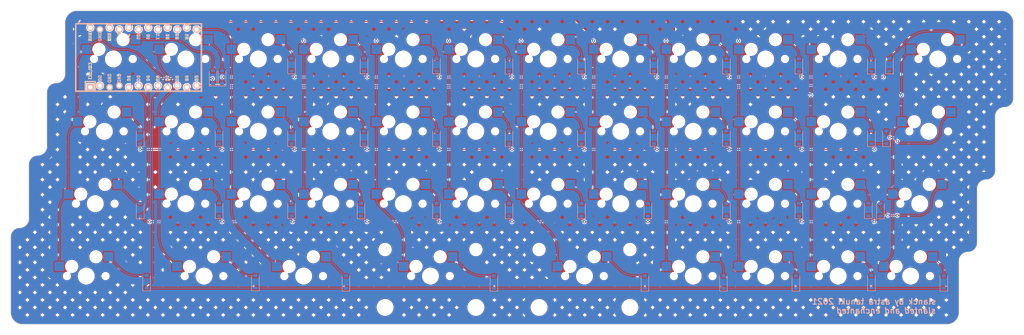
<source format=kicad_pcb>
(kicad_pcb (version 20221018) (generator pcbnew)
  (layers (0 "F.Cu" signal) (31 "B.Cu" signal) (34 "B.Paste" user) (35 "F.Paste" user) (36 "B.SilkS" user "B.Silkscreen") (37 "F.SilkS" user "F.Silkscreen") (38 "B.Mask" user) (39 "F.Mask" user) (44 "Edge.Cuts" user))
  (net 0 "")
  (net 1 "GND")
  (net 2 "Net-(D_2-A)")
  (net 3 "Net-(D_125-A)")
  (net 4 "Net-(D_126-A)")
  (net 5 "Net-(D_127-A)")
  (net 6 "Net-(D_150-A)")
  (net 7 "row3")
  (net 8 "row1")
  (net 9 "row2")
  (net 10 "row0")
  (net 11 "Net-(D_151-A)")
  (net 12 "col6")
  (net 13 "col0")
  (net 14 "col11")
  (net 15 "col2")
  (net 16 "col1")
  (net 17 "col4")
  (net 18 "col5")
  (net 19 "col3")
  (net 20 "col8")
  (net 21 "col9")
  (net 22 "col7")
  (net 23 "col10")
  (net 24 "Net-(D_152-A)")
  (net 25 "Net-(D_175-A)")
  (net 26 "Net-(D_176-A)")
  (net 27 "Net-(D_225-A)")
  (net 28 "Net-(D_A1-A)")
  (net 29 "Net-(D_B1-A)")
  (net 30 "Net-(D_C1-A)")
  (net 31 "Net-(D_COMMA1-A)")
  (net 32 "Net-(D_D1-A)")
  (net 33 "Net-(D_DOT1-A)")
  (net 34 "Net-(D_E1-A)")
  (net 35 "Net-(D_F1-A)")
  (net 36 "Net-(D_FREE1-A)")
  (net 37 "Net-(D_G1-A)")
  (net 38 "Net-(D_H1-A)")
  (net 39 "Net-(D_I1-A)")
  (net 40 "Net-(D_J1-A)")
  (net 41 "Net-(D_K1-A)")
  (net 42 "Net-(D_L1-A)")
  (net 43 "Net-(D_M1-A)")
  (net 44 "Net-(D_N1-A)")
  (net 45 "Net-(D_O1-A)")
  (net 46 "Net-(D_P1-A)")
  (net 47 "Net-(D_PLUS1-A)")
  (net 48 "Net-(D_Q1-A)")
  (net 49 "Net-(D_R1-A)")
  (net 50 "Net-(D_S1-A)")
  (net 51 "Net-(D_SEMIC1-A)")
  (net 52 "Net-(D_SLASH1-A)")
  (net 53 "Net-(D_SPACE1-A)")
  (net 54 "Net-(D_T1-A)")
  (net 55 "Net-(D_TAB1-A)")
  (net 56 "Net-(D_U1-A)")
  (net 57 "Net-(D_V1-A)")
  (net 58 "Net-(D_W1-A)")
  (net 59 "Net-(D_X1-A)")
  (net 60 "Net-(D_Y1-A)")
  (net 61 "Net-(D_Z1-A)")
  (net 62 "Net-(D_~1-A)")
  (footprint "MX_Hotswap:MX-Hotswap-2U" (layer "F.Cu") (at 177.6378 95.4074)
    (fp_text reference "K_2")
    (fp_text value "KEYSW")
  )
  (footprint "MX_Hotswap:MX-Hotswap-1.25U" (layer "F.Cu") (at 51.43155 57.3074)
    (fp_text reference "K_125")
    (fp_text value "KEYSW")
  )
  (footprint "MX_Hotswap:MX-Hotswap-1.25U" (layer "F.Cu") (at 265.74405 76.3574)
    (fp_text reference "K_126")
    (fp_text value "KEYSW")
  )
  (footprint "MX_Hotswap:MX-Hotswap-1.25U" (layer "F.Cu") (at 103.81905 95.4074)
    (fp_text reference "K_127")
    (fp_text value "KEYSW")
  )
  (footprint "MX_Hotswap:MX-Hotswap-1.5U" (layer "F.Cu") (at 268.1253 57.3074)
    (fp_text reference "K_150")
    (fp_text value "KEYSW")
  )
  (footprint "MX_Hotswap:MX-Hotswap-1.5U" (layer "F.Cu") (at 49.0503 76.3574)
    (fp_text reference "K_151")
    (fp_text value "KEYSW")
  )
  (footprint "MX_Hotswap:MX-Hotswap-1.5U" (layer "F.Cu") (at 77.6253 95.4074)
    (fp_text reference "K_152")
    (fp_text value "KEYSW")
  )
  (footprint "MX_Hotswap:MX-Hotswap-1.75U" (layer "F.Cu") (at 270.50655 38.2574)
    (fp_text reference "K_175")
    (fp_text value "KEYSW")
  )
  (footprint "MX_Hotswap:MX-Hotswap-1.75U" (layer "F.Cu") (at 46.66905 95.4074)
    (fp_text reference "K_176")
    (fp_text value "KEYSW")
  )
  (footprint "MX_Hotswap:MX-Hotswap-2.25U" (layer "F.Cu") (at 137.15655 95.4074)
    (fp_text reference "K_225")
    (fp_text value "KEYSW")
  )
  (footprint "MX_Hotswap:MX-Hotswap-1U" (layer "F.Cu") (at 72.8628 57.3074)
    (fp_text reference "K_A1")
    (fp_text value "KEYSW")
  )
  (footprint "MX_Hotswap:MX-Hotswap-1U" (layer "F.Cu") (at 149.0628 38.2574)
    (fp_text reference "K_B1")
    (fp_text value "KEYSW")
  )
  (footprint "MX_Hotswap:MX-Hotswap-1U" (layer "F.Cu") (at 110.9628 76.3574)
    (fp_text reference "K_C1")
    (fp_text value "KEYSW")
  )
  (footprint "MX_Hotswap:MX-Hotswap-1U" (layer "F.Cu") (at 206.2128 76.3574)
    (fp_text reference "K_COMMA1")
    (fp_text value "KEYSW")
  )
  (footprint "MX_Hotswap:MX-Hotswap-1U" (layer "F.Cu") (at 130.0128 76.3574)
    (fp_text reference "K_D1")
    (fp_text value "KEYSW")
  )
  (footprint "MX_Hotswap:MX-Hotswap-1U" (layer "F.Cu") (at 225.2628 76.3574)
    (fp_text reference "K_DOT1")
    (fp_text value "KEYSW")
  )
  (footprint "MX_Hotswap:MX-Hotswap-1U" (layer "F.Cu") (at 206.2128 57.3074)
    (fp_text reference "K_E1")
    (fp_text value "KEYSW")
  )
  (footprint "MX_Hotswap:MX-Hotswap-1U" (layer "F.Cu") (at 110.9628 38.2574)
    (fp_text reference "K_F1")
    (fp_text value "KEYSW")
  )
  (footprint "MX_Hotswap:MX-Hotswap-1U" (layer "F.Cu") (at 263.3628 95.4074)
    (fp_text reference "K_FREE1")
    (fp_text value "KEYSW")
  )
  (footprint "MX_Hotswap:MX-Hotswap-1U" (layer "F.Cu") (at 149.0628 57.3074)
    (fp_text reference "K_G1")
    (fp_text value "KEYSW")
  )
  (footprint "MX_Hotswap:MX-Hotswap-1U" (layer "F.Cu") (at 187.1628 76.3574)
    (fp_text reference "K_H1")
    (fp_text value "KEYSW")
  )
  (footprint "MX_Hotswap:MX-Hotswap-1U" (layer "F.Cu") (at 225.2628 57.3074)
    (fp_text reference "K_I1")
    (fp_text value "KEYSW")
  )
  (footprint "MX_Hotswap:MX-Hotswap-1U" (layer "F.Cu") (at 168.1128 38.2574)
    (fp_text reference "K_J1")
    (fp_text value "KEYSW")
  )
  (footprint "MX_Hotswap:MX-Hotswap-1U" (layer "F.Cu") (at 168.1128 76.3574)
    (fp_text reference "K_K1")
    (fp_text value "KEYSW")
  )
  (footprint "MX_Hotswap:MX-Hotswap-1U" (layer "F.Cu") (at 187.1628 38.2574)
    (fp_text reference "K_L1")
    (fp_text value "KEYSW")
  )
  (footprint "MX_Hotswap:MX-Hotswap-1U" (layer "F.Cu") (at 168.1128 57.3074)
    (fp_text reference "K_M1")
    (fp_text value "KEYSW")
  )
  (footprint "MX_Hotswap:MX-Hotswap-1U" (layer "F.Cu") (at 187.1628 57.3074)
    (fp_text reference "K_N1")
    (fp_text value "KEYSW")
  )
  (footprint "MX_Hotswap:MX-Hotswap-1U" (layer "F.Cu") (at 244.3128 57.3074)
    (fp_text reference "K_O1")
    (fp_text value "KEYSW")
  )
  (footprint "MX_Hotswap:MX-Hotswap-1U" (layer "F.Cu") (at 130.0128 38.2574)
    (fp_text reference "K_P1")
    (fp_text value "KEYSW")
  )
  (footprint "MX_Hotswap:MX-Hotswap-1U" (layer "F.Cu") (at 225.2628 95.4074)
    (fp_text reference "K_PLUS1")
    (fp_text value "KEYSW")
  )
  (footprint "MX_Hotswap:MX-Hotswap-1U" (layer "F.Cu") (at 72.8628 38.2574)
    (fp_text reference "K_Q1")
    (fp_text value "KEYSW")
  )
  (footprint "MX_Hotswap:MX-Hotswap-1U" (layer "F.Cu") (at 91.9128 57.3074)
    (fp_text reference "K_R1")
    (fp_text value "KEYSW")
  )
  (footprint "MX_Hotswap:MX-Hotswap-1U" (layer "F.Cu") (at 110.9628 57.3074)
    (fp_text reference "K_S1")
    (fp_text value "KEYSW")
  )
  (footprint "MX_Hotswap:MX-Hotswap-1U" (layer "F.Cu") (at 244.3128 38.2574)
    (fp_text reference "K_SEMIC1")
    (fp_text value "KEYSW")
  )
  (footprint "MX_Hotswap:MX-Hotswap-1U" (layer "F.Cu") (at 244.3128 76.3574)
    (fp_text reference "K_SLASH1")
    (fp_text value "KEYSW")
  )
  (footprint "MX_Hotswap:MX-Hotswap-1U" (layer "F.Cu") (at 206.2128 95.4074)
    (fp_text reference "K_SPACE1")
    (fp_text value "KEYSW")
  )
  (footprint "MX_Hotswap:MX-Hotswap-1U" (layer "F.Cu") (at 130.0128 57.3074)
    (fp_text reference "K_T1")
    (fp_text value "KEYSW")
  )
  (footprint "MX_Hotswap:MX-Hotswap-1U" (layer "F.Cu") (at 53.8128 38.2574)
    (fp_text reference "K_TAB1")
    (fp_text value "KEYSW")
  )
  (footprint "MX_Hotswap:MX-Hotswap-1U" (layer "F.Cu") (at 206.2128 38.2574)
    (fp_text reference "K_U1")
    (fp_text value "KEYSW")
  )
  (footprint "MX_Hotswap:MX-Hotswap-1U" (layer "F.Cu") (at 149.0628 76.3574)
    (fp_text reference "K_V1")
    (fp_text value "KEYSW")
  )
  (footprint "MX_Hotswap:MX-Hotswap-1U" (layer "F.Cu") (at 91.9128 38.2574)
    (fp_text reference "K_W1")
    (fp_text value "KEYSW")
  )
  (footprint "MX_Hotswap:MX-Hotswap-1U" (layer "F.Cu") (at 91.9128 76.3574)
    (fp_text reference "K_X1")
    (fp_text value "KEYSW")
  )
  (footprint "MX_Hotswap:MX-Hotswap-1U" (layer "F.Cu") (at 225.2628 38.2574)
    (fp_text reference "K_Y1")
    (fp_text value "KEYSW")
  )
  (footprint "MX_Hotswap:MX-Hotswap-1U" (layer "F.Cu") (at 72.8628 76.3574)
    (fp_text reference "K_Z1")
    (fp_text value "KEYSW")
  )
  (footprint "Keebio-Parts:ArduinoProMicro-ZigZag" (layer "F.Cu") (at 61.70405 37.856)
    (fp_text reference "U1" hide)
    (fp_text value "ProMicro" hide)
  )
  (footprint "MX_Hotswap:MX-Hotswap-1U" (layer "F.Cu") (at 244.3128 95.4074)
    (fp_text reference "K_~1")
    (fp_text value "KEYSW")
  )
  (footprint "Diode_SMD:D_SOD-123" (layer "B.Cu") (at 193.5128 96.9949 90)
    (fp_text reference "D_2" hide)
    (fp_text value "D")
  )
  (footprint "Diode_SMD:D_SOD-123" (layer "B.Cu") (at 60.8628 58.8949 90)
    (fp_text reference "D_125" hide)
    (fp_text value "D")
  )
  (footprint "Diode_SMD:D_SOD-123" (layer "B.Cu") (at 255.4253 77.9449 90)
    (fp_text reference "D_126" hide)
    (fp_text value "D")
  )
  (footprint "Diode_SMD:D_SOD-123" (layer "B.Cu") (at 114.93155 96.9949 90)
    (fp_text reference "D_127" hide)
    (fp_text value "D")
  )
  (footprint "Diode_SMD:D_SOD-123" (layer "B.Cu") (at 257.0128 58.8949 90)
    (fp_text reference "D_150" hide)
    (fp_text value "D")
  )
  (footprint "Diode_SMD:D_SOD-123" (layer "B.Cu") (at 60.8628 77.9449 90)
    (fp_text reference "D_151" hide)
    (fp_text value "D")
  )
  (footprint "Diode_SMD:D_SOD-123" (layer "B.Cu") (at 91.11905 96.9324 90)
    (fp_text reference "D_152" hide)
    (fp_text value "D")
  )
  (footprint "Diode_SMD:D_SOD-123" (layer "B.Cu") (at 257.80655 39.7824 90)
    (fp_text reference "D_175" hide)
    (fp_text value "D")
  )
  (footprint "Diode_SMD:D_SOD-123" (layer "B.Cu") (at 62.54405 96.9324 90)
    (fp_text reference "D_176" hide)
    (fp_text value "D")
  )
  (footprint "Diode_SMD:D_SOD-123" (layer "B.Cu") (at 153.8253 96.9949 90)
    (fp_text reference "D_225" hide)
    (fp_text value "D")
  )
  (footprint "Diode_SMD:D_SOD-123" (layer "B.Cu") (at 81.59405 58.8949 90)
    (fp_text reference "D_A1" hide)
    (fp_text value "D")
  )
  (footprint "Diode_SMD:D_SOD-123" (layer "B.Cu") (at 157.79405 39.8449 90)
    (fp_text reference "D_B1" hide)
    (fp_text value "D")
  )
  (footprint "Diode_SMD:D_SOD-123" (layer "B.Cu") (at 118.9003 77.9449 90)
    (fp_text reference "D_C1" hide)
    (fp_text value "D")
  )
  (footprint "Diode_SMD:D_SOD-123" (layer "B.Cu") (at 214.94405 77.9449 90)
    (fp_text reference "D_COMMA1" hide)
    (fp_text value "D")
  )
  (footprint "Diode_SMD:D_SOD-123" (layer "B.Cu") (at 138.74405 77.9449 90)
    (fp_text reference "D_D1" hide)
    (fp_text value "D")
  )
  (footprint "Diode_SMD:D_SOD-123" (layer "B.Cu") (at 233.99405 77.9449 90)
    (fp_text reference "D_DOT1" hide)
    (fp_text value "D")
  )
  (footprint "Diode_SMD:D_SOD-123" (layer "B.Cu") (at 214.94405 58.8949 90)
    (fp_text reference "D_E1" hide)
    (fp_text value "D")
  )
  (footprint "Diode_SMD:D_SOD-123" (layer "B.Cu") (at 119.69405 39.7824 90)
    (fp_text reference "D_F1" hide)
    (fp_text value "D")
  )
  (footprint "Diode_SMD:D_SOD-123" (layer "B.Cu") (at 272.09405 96.9949 90)
    (fp_text reference "D_FREE1" hide)
    (fp_text value "D")
  )
  (footprint "Diode_SMD:D_SOD-123" (layer "B.Cu") (at 157.79405 58.8949 90)
    (fp_text reference "D_G1" hide)
    (fp_text value "D")
  )
  (footprint "Diode_SMD:D_SOD-123" (layer "B.Cu") (at 194.30655 77.9449 90)
    (fp_text reference "D_H1" hide)
    (fp_text value "D")
  )
  (footprint "Diode_SMD:D_SOD-123" (layer "B.Cu") (at 233.99405 58.8949 90)
    (fp_text reference "D_I1" hide)
    (fp_text value "D")
  )
  (footprint "Diode_SMD:D_SOD-123" (layer "B.Cu") (at 176.84405 39.8449 90)
    (fp_text reference "D_J1" hide)
    (fp_text value "D")
  )
  (footprint "Diode_SMD:D_SOD-123" (layer "B.Cu") (at 176.84405 77.9449 90)
    (fp_text reference "D_K1" hide)
    (fp_text value "D")
  )
  (footprint "Diode_SMD:D_SOD-123" (layer "B.Cu") (at 195.89405 39.7824 90)
    (fp_text reference "D_L1" hide)
    (fp_text value "D")
  )
  (footprint "Diode_SMD:D_SOD-123" (layer "B.Cu") (at 176.84405 58.8949 90)
    (fp_text reference "D_M1" hide)
    (fp_text value "D")
  )
  (footprint "Diode_SMD:D_SOD-123" (layer "B.Cu") (at 195.89405 58.8949 90)
    (fp_text reference "D_N1" hide)
    (fp_text value "D")
  )
  (footprint "Diode_SMD:D_SOD-123" (layer "B.Cu") (at 253.04405 58.8949 90)
    (fp_text reference "D_O1" hide)
    (fp_text value "D")
  )
  (footprint "Diode_SMD:D_SOD-123" (layer "B.Cu") (at 138.74405 39.7824 90)
    (fp_text reference "D_P1" hide)
    (fp_text value "D")
  )
  (footprint "Diode_SMD:D_SOD-123" (layer "B.Cu") (at 233.2003 96.9949 90)
    (fp_text reference "D_PLUS1" hide)
    (fp_text value "D")
  )
  (footprint "Diode_SMD:D_SOD-123" (layer "B.Cu") (at 82.3878 43.0199 90)
    (fp_text reference "D_Q1" hide)
    (fp_text value "D")
  )
  (footprint "Diode_SMD:D_SOD-123" (layer "B.Cu") (at 100.64405 58.8949 90)
    (fp_text reference "D_R1" hide)
    (fp_text value "D")
  )
  (footprint "Diode_SMD:D_SOD-123" (layer "B.Cu") (at 119.69405 58.8949 90)
    (fp_text reference "D_S1" hide)
    (fp_text value "D")
  )
  (footprint "Diode_SMD:D_SOD-123" (layer "B.Cu") (at 253.04405 39.8449 90)
    (fp_text reference "D_SEMIC1" hide)
    (fp_text value "D")
  )
  (footprint "Diode_SMD:D_SOD-123" (layer "B.Cu") (at 252.2503 77.8824 90)
    (fp_text reference "D_SLASH1" hide)
    (fp_text value "D")
  )
  (footprint "Diode_SMD:D_SOD-123" (layer "B.Cu") (at 214.1503 96.9949 90)
    (fp_text reference "D_SPACE1" hide)
    (fp_text value "D")
  )
  (footprint "Diode_SMD:D_SOD-123" (layer "B.Cu") (at 138.74405 58.8949 90)
    (fp_text reference "D_T1" hide)
    (fp_text value "D")
  )
  (footprint "Diode_SMD:D_SOD-123" (layer "B.Cu") (at 80.00655 43.0199 90)
    (fp_text reference "D_TAB1" hide)
    (fp_text value "D")
  )
  (footprint "Diode_SMD:D_SOD-123" (layer "B.Cu") (at 214.94405 39.8449 90)
    (fp_text reference "D_U1" hide)
    (fp_text value "D")
  )
  (footprint "Diode_SMD:D_SOD-123" (layer "B.Cu") (at 157.79405 77.9449 90)
    (fp_text reference "D_V1" hide)
    (fp_text value "D")
  )
  (footprint "Diode_SMD:D_SOD-123" (layer "B.Cu") (at 100.64405 39.7824 90)
    (fp_text reference "D_W1" hide)
    (fp_text value "D")
  )
  (footprint "Diode_SMD:D_SOD-123" (layer "B.Cu") (at 100.64405 77.8824 90)
    (fp_text reference "D_X1" hide)
    (fp_text value "D")
  )
  (footprint "Diode_SMD:D_SOD-123" (layer "B.Cu") (at 233.99405 39.8449 90)
    (fp_text reference "D_Y1" hide)
    (fp_text value "D")
  )
  (footprint "Diode_SMD:D_SOD-123" (layer "B.Cu") (at 81.59405 77.8824 90)
    (fp_text reference "D_Z1" hide)
    (fp_text value "D")
  )
  (footprint "Diode_SMD:D_SOD-123" (layer "B.Cu") (at 253.04405 96.9324 90)
    (fp_text reference "D_~1" hide)
    (fp_text value "D")
  )
  (gr_line (start 287.1753 25.5574) (end 284.0003 25.5574) (stroke (width 0.1)) (layer "Edge.Cuts"))
  (gr_arc (start 290.3503 48.57615) (mid 289.652848 50.259948) (end 287.96905 50.9574) (stroke (width 0.1)) (layer "Edge.Cuts"))
  (gr_arc (start 280.8253 86.67615) (mid 280.127848 88.359948) (end 278.44405 89.0574) (stroke (width 0.1)) (layer "Edge.Cuts"))
  (gr_line (start 44.2878 25.5574) (end 284.0003 25.5574) (stroke (width 0.1)) (layer "Edge.Cuts"))
  (gr_line (start 276.0628 91.43865) (end 276.0628 104.9324) (stroke (width 0.1)) (layer "Edge.Cuts"))
  (gr_arc (start 41.1128 42.22615) (mid 40.415348 43.909948) (end 38.73155 44.6074) (stroke (width 0.1)) (layer "Edge.Cuts"))
  (gr_line (start 41.1128 42.22615) (end 41.1128 28.7324) (stroke (width 0.1)) (layer "Edge.Cuts"))
  (gr_line (start 36.3503 46.98865) (end 36.3503 61.27615) (stroke (width 0.1)) (layer "Edge.Cuts"))
  (gr_line (start 31.5878 66.03865) (end 31.5878 80.32615) (stroke (width 0.1)) (layer "Edge.Cuts"))
  (gr_line (start 272.8878 108.1074) (end 30.0003 108.1074) (stroke (width 0.1)) (layer "Edge.Cuts"))
  (gr_arc (start 30.0003 108.1074) (mid 27.755236 107.177464) (end 26.8253 104.9324) (stroke (width 0.1)) (layer "Edge.Cuts"))
  (gr_line (start 26.8253 85.08865) (end 26.8253 104.9324) (stroke (width 0.1)) (layer "Edge.Cuts"))
  (gr_line (start 290.3503 48.57615) (end 290.3503 28.7324) (stroke (width 0.1)) (layer "Edge.Cuts"))
  (gr_arc (start 36.3503 46.98865) (mid 37.047752 45.304852) (end 38.73155 44.6074) (stroke (width 0.1)) (layer "Edge.Cuts"))
  (gr_arc (start 31.5878 66.03865) (mid 32.285252 64.354852) (end 33.96905 63.6574) (stroke (width 0.1)) (layer "Edge.Cuts"))
  (gr_arc (start 26.8253 85.08865) (mid 27.522752 83.404852) (end 29.20655 82.7074) (stroke (width 0.1)) (layer "Edge.Cuts"))
  (gr_arc (start 285.5878 53.33865) (mid 286.285252 51.654852) (end 287.96905 50.9574) (stroke (width 0.1)) (layer "Edge.Cuts"))
  (gr_arc (start 276.0628 104.9324) (mid 275.132864 107.177464) (end 272.8878 108.1074) (stroke (width 0.1)) (layer "Edge.Cuts"))
  (gr_arc (start 36.3503 61.27615) (mid 35.652848 62.959948) (end 33.96905 63.6574) (stroke (width 0.1)) (layer "Edge.Cuts"))
  (gr_line (start 280.8253 86.67615) (end 280.8253 72.38865) (stroke (width 0.1)) (layer "Edge.Cuts"))
  (gr_arc (start 285.5878 67.62615) (mid 284.890348 69.309948) (end 283.20655 70.0074) (stroke (width 0.1)) (layer "Edge.Cuts"))
  (gr_arc (start 41.1128 28.7324) (mid 42.042736 26.487336) (end 44.2878 25.5574) (stroke (width 0.1)) (layer "Edge.Cuts"))
  (gr_arc (start 287.1753 25.5574) (mid 289.420364 26.487336) (end 290.3503 28.7324) (stroke (width 0.1)) (layer "Edge.Cuts"))
  (gr_arc (start 31.5878 80.32615) (mid 30.890348 82.009948) (end 29.20655 82.7074) (stroke (width 0.1)) (layer "Edge.Cuts"))
  (gr_line (start 285.5878 67.62615) (end 285.5878 53.33865) (stroke (width 0.1)) (layer "Edge.Cuts"))
  (gr_arc (start 276.0628 91.43865) (mid 276.760252 89.754852) (end 278.44405 89.0574) (stroke (width 0.1)) (layer "Edge.Cuts"))
  (gr_arc (start 280.8253 72.38865) (mid 281.522752 70.704852) (end 283.20655 70.0074) (stroke (width 0.1)) (layer "Edge.Cuts"))
  (gr_text "slanck by astra tanuki 2021" (at 270.2 102.1188) (layer "B.SilkS") (effects (font (size 1.5 1.5) (thickness 0.3)) (justify left mirror)))
  (gr_text "slanted and enchanted" (at 270.2 104.5) (layer "B.SilkS") (effects (font (size 1.5 1.5) (thickness 0.3) italic) (justify left mirror)))
  (segment (start 186.724052 93.571652) (end 183.4798 90.3274) (width 0.25) (layer "B.Cu") (net 2))
  (segment (start 191.00505 95.3449) (end 193.5128 95.3449) (width 0.25) (layer "B.Cu") (net 2))
  (arc (start 186.724052 93.571652) (mid 188.68819 94.884047) (end 191.00505 95.3449) (width 0.25) (layer "B.Cu") (net 2))
  (segment (start 60.357837 55.311687) (end 57.27355 52.2274) (width 0.25) (layer "B.Cu") (net 3))
  (segment (start 60.8628 56.530775) (end 60.8628 57.2449) (width 0.25) (layer "B.Cu") (net 3))
  (arc (start 60.357837 55.311687) (mid 60.731564 55.871009) (end 60.8628 56.530775) (width 0.25) (layer "B.Cu") (net 3))
  (segment (start 257.3628 79.4074) (end 259.8628 79.4074) (width 0.25) (layer "F.Cu") (net 4))
  (via (at 257.3628 79.4074) (size 0.8) (drill 0.4) (layers "F.Cu" "B.Cu") (net 4))
  (via (at 259.8628 79.4074) (size 0.8) (drill 0.4) (layers "F.Cu" "B.Cu") (net 4))
  (segment (start 268.8628 75.704025) (end 268.8628 75.993186) (width 0.25) (layer "B.Cu") (net 4))
  (segment (start 259.8628 79.4074) (end 265.448586 79.4074) (width 0.25) (layer "B.Cu") (net 4))
  (segment (start 257.3628 79.4074) (end 255.840725 77.885325) (width 0.25) (layer "B.Cu") (net 4))
  (segment (start 270.067268 72.796181) (end 271.58605 71.2774) (width 0.25) (layer "B.Cu") (net 4))
  (segment (start 255.4253 76.8824) (end 255.4253 76.2949) (width 0.25) (layer "B.Cu") (net 4))
  (arc (start 270.067268 72.796181) (mid 269.175831 74.130311) (end 268.8628 75.704025) (width 0.25) (layer "B.Cu") (net 4))
  (arc (start 267.8628 78.4074) (mid 266.755149 79.147508) (end 265.448586 79.4074) (width 0.25) (layer "B.Cu") (net 4))
  (arc (start 268.8628 75.993186) (mid 268.602908 77.299749) (end 267.8628 78.4074) (width 0.25) (layer "B.Cu") (net 4))
  (arc (start 255.4253 76.8824) (mid 255.533265 77.425179) (end 255.840725 77.885325) (width 0.25) (layer "B.Cu") (net 4))
  (segment (start 114.5891 95.25545) (end 109.66105 90.3274) (width 0.25) (layer "B.Cu") (net 5))
  (segment (start 114.80505 95.3449) (end 114.93155 95.3449) (width 0.25) (layer "B.Cu") (net 5))
  (arc (start 114.5891 95.25545) (mid 114.688178 95.321652) (end 114.80505 95.3449) (width 0.25) (layer "B.Cu") (net 5))
  (segment (start 258.3628 58.9074) (end 257.8628 58.9074) (width 0.25) (layer "F.Cu") (net 6))
  (segment (start 259.216353 59.260953) (end 259.8628 59.9074) (width 0.25) (layer "F.Cu") (net 6))
  (via (at 259.8628 59.9074) (size 0.8) (drill 0.4) (layers "F.Cu" "B.Cu") (net 6))
  (via (at 257.8628 58.9074) (size 0.8) (drill 0.4) (layers "F.Cu" "B.Cu") (net 6))
  (arc (start 259.216353 59.260953) (mid 258.824739 58.999285) (end 258.3628 58.9074) (width 0.25) (layer "F.Cu") (net 6))
  (segment (start 260.1128 60.1574) (end 259.8628 59.9074) (width 0.25) (layer "B.Cu") (net 6))
  (segment (start 271.2562 57.175164) (end 271.2562 56.72625) (width 0.25) (layer "B.Cu") (net 6))
  (segment (start 257.0128 57.65115) (end 257.0128 57.2449) (width 0.25) (layer "B.Cu") (net 6))
  (segment (start 257.8628 58.9074) (end 257.300062 58.344662) (width 0.25) (layer "B.Cu") (net 6))
  (segment (start 272.52033 53.674369) (end 273.9673 52.2274) (width 0.25) (layer "B.Cu") (net 6))
  (segment (start 260.716353 60.4074) (end 268.023964 60.4074) (width 0.25) (layer "B.Cu") (net 6))
  (arc (start 257.0128 57.65115) (mid 257.087456 58.026476) (end 257.300062 58.344662) (width 0.25) (layer "B.Cu") (net 6))
  (arc (start 272.52033 53.674369) (mid 271.584736 55.074584) (end 271.2562 56.72625) (width 0.25) (layer "B.Cu") (net 6))
  (arc (start 271.2562 57.175164) (mid 271.01016 58.412087) (end 270.3095 59.4607) (width 0.25) (layer "B.Cu") (net 6))
  (arc (start 270.3095 59.4607) (mid 269.260887 60.16136) (end 268.023964 60.4074) (width 0.25) (layer "B.Cu") (net 6))
  (arc (start 260.1128 60.1574) (mid 260.389712 60.342427) (end 260.716353 60.4074) (width 0.25) (layer "B.Cu") (net 6))
  (segment (start 64.803849 47.96635) (end 64.788425 47.981775) (width 0.25) (layer "B.Cu") (net 7))
  (segment (start 62.54405 98.5824) (end 91.11905 98.5824) (width 0.25) (layer "B.Cu") (net 7))
  (segment (start 253.150744 98.6449) (end 272.09405 98.6449) (width 0.25) (layer "B.Cu") (net 7))
  (segment (start 63.303425 97.823025) (end 62.54405 98.5824) (width 0.25) (layer "B.Cu") (net 7))
  (segment (start 64.0628 95.989731) (end 64.0628 49.733588) (width 0.25) (layer "B.Cu") (net 7))
  (segment (start 65.51405 46.251775) (end 65.51405 45.2474) (width 0.25) (layer "B.Cu") (net 7))
  (segment (start 62.54405 98.5824) (end 252.999855 98.5824) (width 0.25) (layer "B.Cu") (net 7))
  (arc (start 253.0753 98.61365) (mid 253.040685 98.590521) (end 252.999855 98.5824) (width 0.25) (layer "B.Cu") (net 7))
  (arc (start 65.51405 46.251775) (mid 65.329474 47.179696) (end 64.803849 47.96635) (width 0.25) (layer "B.Cu") (net 7))
  (arc (start 253.0753 98.61365) (mid 253.109914 98.636778) (end 253.150744 98.6449) (width 0.25) (layer "B.Cu") (net 7))
  (arc (start 64.788425 47.981775) (mid 64.251383 48.785513) (end 64.0628 49.733588) (width 0.25) (layer "B.Cu") (net 7))
  (arc (start 64.0628 95.989731) (mid 63.865444 96.981902) (end 63.303425 97.823025) (width 0.25) (layer "B.Cu") (net 7))
  (segment (start 246.69405 62.0699) (end 60.8628 62.0699) (width 0.25) (layer "F.Cu") (net 8))
  (segment (start 251.45655 62.0699) (end 253.8378 62.0699) (width 0.25) (layer "F.Cu") (net 8))
  (segment (start 251.45655 62.0699) (end 246.69405 62.0699) (width 0.25) (layer "F.Cu") (net 8))
  (via (at 253.8378 62.0699) (size 0.8) (drill 0.4) (layers "F.Cu" "B.Cu") (net 8))
  (via (at 82.3878 62.0699) (size 0.8) (drill 0.4) (layers "F.Cu" "B.Cu") (net 8))
  (via (at 101.4378 62.0699) (size 0.8) (drill 0.4) (layers "F.Cu" "B.Cu") (net 8))
  (via (at 196.6878 62.0699) (size 0.8) (drill 0.4) (layers "F.Cu" "B.Cu") (net 8))
  (via (at 120.4878 62.0699) (size 0.8) (drill 0.4) (layers "F.Cu" "B.Cu") (net 8))
  (via (at 60.8628 62.0699) (size 0.8) (drill 0.4) (layers "F.Cu" "B.Cu") (net 8))
  (via (at 215.7378 62.0699) (size 0.8) (drill 0.4) (layers "F.Cu" "B.Cu") (net 8))
  (via (at 177.6378 62.0699) (size 0.8) (drill 0.4) (layers "F.Cu" "B.Cu") (net 8))
  (via (at 234.7878 62.0699) (size 0.8) (drill 0.4) (layers "F.Cu" "B.Cu") (net 8))
  (via (at 158.5878 62.0699) (size 0.8) (drill 0.4) (layers "F.Cu" "B.Cu") (net 8))
  (via (at 139.5378 62.0699) (size 0.8) (drill 0.4) (layers "F.Cu" "B.Cu") (net 8))
  (segment (start 158.5878 62.0699) (end 158.052585 61.534685) (width 0.25) (layer "B.Cu") (net 8))
  (segment (start 177.6378 62.0699) (end 177.102585 61.534685) (width 0.25) (layer "B.Cu") (net 8))
  (segment (start 253.04405 60.5449) (end 257.0128 60.5449) (width 0.25) (layer "B.Cu") (net 8))
  (segment (start 60.43405 45.863025) (end 60.43405 45.2474) (width 0.25) (layer "B.Cu") (net 8))
  (segment (start 82.3878 62.0699) (end 81.852585 61.534685) (width 0.25) (layer "B.Cu") (net 8))
  (segment (start 214.94405 60.910525) (end 214.94405 60.5449) (width 0.25) (layer "B.Cu") (net 8))
  (segment (start 253.8378 61.704275) (end 253.8378 62.0699) (width 0.25) (layer "B.Cu") (net 8))
  (segment (start 233.99405 60.910525) (end 233.99405 60.5449) (width 0.25) (layer "B.Cu") (net 8))
  (segment (start 139.5378 62.0699) (end 139.002585 61.534685) (width 0.25) (layer "B.Cu") (net 8))
  (segment (start 157.79405 60.910525) (end 157.79405 60.5449) (width 0.25) (layer "B.Cu") (net 8))
  (segment (start 120.4878 62.0699) (end 119.952585 61.534685) (width 0.25) (layer "B.Cu") (net 8))
  (segment (start 100.64405 60.910525) (end 100.64405 60.5449) (width 0.25) (layer "B.Cu") (net 8))
  (segment (start 62.3628 57.984239) (end 62.3628 49.771232) (width 0.25) (layer "B.Cu") (net 8))
  (segment (start 138.74405 60.910525) (end 138.74405 60.5449) (width 0.25) (layer "B.Cu") (net 8))
  (segment (start 253.579264 61.080114) (end 253.04405 60.5449) (width 0.25) (layer "B.Cu") (net 8))
  (segment (start 215.7378 62.0699) (end 215.202585 61.534685) (width 0.25) (layer "B.Cu") (net 8))
  (segment (start 176.84405 60.910525) (end 176.84405 60.5449) (width 0.25) (layer "B.Cu") (net 8))
  (segment (start 119.69405 60.910525) (end 119.69405 60.5449) (width 0.25) (layer "B.Cu") (net 8))
  (segment (start 196.6878 62.0699) (end 196.152585 61.534685) (width 0.25) (layer "B.Cu") (net 8))
  (segment (start 195.89405 60.910525) (end 195.89405 60.5449) (width 0.25) (layer "B.Cu") (net 8))
  (segment (start 81.59405 60.910525) (end 81.59405 60.5449) (width 0.25) (layer "B.Cu") (net 8))
  (segment (start 61.6128 59.7949) (end 60.8628 60.5449) (width 0.25) (layer "B.Cu") (net 8))
  (segment (start 60.8628 62.0699) (end 60.8628 60.5449) (width 0.25) (layer "B.Cu") (net 8))
  (segment (start 101.4378 62.0699) (end 100.902585 61.534685) (width 0.25) (layer "B.Cu") (net 8))
  (segment (start 60.869362 46.913962) (end 61.398425 47.443025) (width 0.25) (layer "B.Cu") (net 8))
  (segment (start 234.7878 62.0699) (end 234.252585 61.534685) (width 0.25) (layer "B.Cu") (net 8))
  (arc (start 195.89405 60.910525) (mid 195.961241 61.248318) (end 196.152585 61.534685) (width 0.25) (layer "B.Cu") (net 8))
  (arc (start 214.94405 60.910525) (mid 215.011241 61.248318) (end 215.202585 61.534685) (width 0.25) (layer "B.Cu") (net 8))
  (arc (start 81.59405 60.910525) (mid 81.661241 61.248318) (end 81.852585 61.534685) (width 0.25) (layer "B.Cu") (net 8))
  (arc (start 233.99405 60.910525) (mid 234.061241 61.248318) (end 234.252585 61.534685) (width 0.25) (layer "B.Cu") (net 8))
  (arc (start 157.79405 60.910525) (mid 157.861241 61.248318) (end 158.052585 61.534685) (width 0.25) (layer "B.Cu") (net 8))
  (arc (start 60.43405 45.863025) (mid 60.547183 46.431788) (end 60.869362 46.913962) (width 0.25) (layer "B.Cu") (net 8))
  (arc (start 119.69405 60.910525) (mid 119.761241 61.248318) (end 119.952585 61.534685) (width 0.25) (layer "B.Cu") (net 8))
  (arc (start 61.398425 47.443025) (mid 62.112167 48.511215) (end 62.3628 49.771232) (width 0.25) (layer "B.Cu") (net 8))
  (arc (start 100.64405 60.910525) (mid 100.711241 61.248318) (end 100.902585 61.534685) (width 0.25) (layer "B.Cu") (net 8))
  (arc (start 253.579264 61.080114) (mid 253.770608 61.366481) (end 253.8378 61.704275) (width 0.25) (layer "B.Cu") (net 8))
  (arc (start 176.84405 60.910525) (mid 176.911241 61.248318) (end 177.102585 61.534685) (width 0.25) (layer "B.Cu") (net 8))
  (arc (start 62.3628 57.984239) (mid 62.167881 58.964161) (end 61.6128 59.7949) (width 0.25) (layer "B.Cu") (net 8))
  (arc (start 138.74405 60.910525) (mid 138.811241 61.248318) (end 139.002585 61.534685) (width 0.25) (layer "B.Cu") (net 8))
  (segment (start 63.3378 81.1199) (end 253.8378 81.1199) (width 0.25) (layer "F.Cu") (net 9))
  (via (at 63.3378 81.1199) (size 0.8) (drill 0.4) (layers "F.Cu" "B.Cu") (net 9))
  (via (at 158.5878 81.1199) (size 0.8) (drill 0.4) (layers "F.Cu" "B.Cu") (net 9))
  (via (at 82.3878 81.1199) (size 0.8) (drill 0.4) (layers "F.Cu" "B.Cu") (net 9))
  (via (at 120.4878 81.1199) (size 0.8) (drill 0.4) (layers "F.Cu" "B.Cu") (net 9))
  (via (at 177.6378 81.1199) (size 0.8) (drill 0.4) (layers "F.Cu" "B.Cu") (net 9))
  (via (at 194.30655 81.1199) (size 0.8) (drill 0.4) (layers "F.Cu" "B.Cu") (net 9))
  (via (at 100.910111 81.128188) (size 0.8) (drill 0.4) (layers "F.Cu" "B.Cu") (net 9))
  (via (at 139.5378 81.1199) (size 0.8) (drill 0.4) (layers "F.Cu" "B.Cu") (net 9))
  (via (at 234.7878 81.1199) (size 0.8) (drill 0.4) (layers "F.Cu" "B.Cu") (net 9))
  (via (at 253.8378 81.1199) (size 0.8) (drill 0.4) (layers "F.Cu" "B.Cu") (net 9))
  (via (at 215.7378 81.1199) (size 0.8) (drill 0.4) (layers "F.Cu" "B.Cu") (net 9))
  (segment (start 234.7878 81.1199) (end 234.252585 80.584685) (width 0.25) (layer "B.Cu") (net 9))
  (segment (start 60.8628 79.5949) (end 62.051924 80.784024) (width 0.25) (layer "B.Cu") (net 9))
  (segment (start 214.94405 79.960525) (end 214.94405 79.5949) (width 0.25) (layer "B.Cu") (net 9))
  (segment (start 81.874683 80.606783) (end 82.3878 81.1199) (width 0.25) (layer "B.Cu") (net 9))
  (segment (start 63.3378 81.1199) (end 62.8628 81.1199) (width 0.25) (layer "B.Cu") (net 9))
  (segment (start 215.7378 81.1199) (end 215.202585 80.584685) (width 0.25) (layer "B.Cu") (net 9))
  (segment (start 194.30655 81.1199) (end 194.30655 79.5949) (width 0.25) (layer "B.Cu") (net 9))
  (segment (start 233.99405 79.960525) (end 233.99405 79.5949) (width 0.25) (layer "B.Cu") (net 9))
  (segment (start 100.64405 80.673993) (end 100.64405 79.5324) (width 0.25) (layer "B.Cu") (net 9))
  (segment (start 158.5878 81.1199) (end 158.052585 80.584685) (width 0.25) (layer "B.Cu") (net 9))
  (segment (start 138.74405 79.960525) (end 138.74405 79.5949) (width 0.25) (layer "B.Cu") (net 9))
  (segment (start 118.93155 79.5949) (end 118.9003 79.5949) (width 0.25) (layer "B.Cu") (net 9))
  (segment (start 157.79405 79.960525) (end 157.79405 79.5949) (width 0.25) (layer "B.Cu") (net 9))
  (segment (start 253.922397 81.097802) (end 255.4253 79.5949) (width 0.25) (layer "B.Cu") (net 9))
  (segment (start 253.8378 81.1199) (end 253.86905 81.1199) (width 0.25) (layer "B.Cu") (net 9))
  (segment (start 62.97405 75.99077) (end 62.97405 45.7046) (width 0.25) (layer "B.Cu") (net 9))
  (segment (start 60.8628 79.5949) (end 61.918425 78.539275) (width 0.25) (layer "B.Cu") (net 9))
  (segment (start 139.5378 81.1199) (end 139.002585 80.584685) (width 0.25) (layer "B.Cu") (net 9))
  (segment (start 253.8378 81.1199) (end 252.2503 79.5324) (width 0.25) (layer "B.Cu") (net 9))
  (segment (start 176.84405 79.960525) (end 176.84405 79.5949) (width 0.25) (layer "B.Cu") (net 9))
  (segment (start 118.984897 79.616997) (end 120.4878 81.1199) (width 0.25) (layer "B.Cu") (net 9))
  (segment (start 81.59405 79.929275) (end 81.59405 79.5324) (width 0.25) (layer "B.Cu") (net 9))
  (segment (start 100.77708 80.995157) (end 100.910111 81.128188) (width 0.25) (layer "B.Cu") (net 9))
  (segment (start 177.6378 81.1199) (end 177.102585 80.584685) (width 0.25) (layer "B.Cu") (net 9))
  (arc (start 157.79405 79.960525) (mid 157.861241 80.298318) (end 158.052585 80.584685) (width 0.25) (layer "B.Cu") (net 9))
  (arc (start 118.984897 79.616997) (mid 118.960421 79.600642) (end 118.93155 79.5949) (width 0.25) (layer "B.Cu") (net 9))
  (arc (start 233.99405 79.960525) (mid 234.061241 80.298318) (end 234.252585 80.584685) (width 0.25) (layer "B.Cu") (net 9))
  (arc (start 176.84405 79.960525) (mid 176.911241 80.298318) (end 177.102585 80.584685) (width 0.25) (layer "B.Cu") (net 9))
  (arc (start 81.59405 79.929275) (mid 81.666984 80.295939) (end 81.874683 80.606783) (width 0.25) (layer "B.Cu") (net 9))
  (arc (start 100.64405 80.673993) (mid 100.678623 80.847805) (end 100.77708 80.995157) (width 0.25) (layer "B.Cu") (net 9))
  (arc (start 214.94405 79.960525) (mid 215.011241 80.298318) (end 215.202585 80.584685) (width 0.25) (layer "B.Cu") (net 9))
  (arc (start 62.97405 75.99077) (mid 62.699702 77.370011) (end 61.918425 78.539275) (width 0.25) (layer "B.Cu") (net 9))
  (arc (start 62.051924 80.784024) (mid 62.423957 81.032608) (end 62.8628 81.1199) (width 0.25) (layer "B.Cu") (net 9))
  (arc (start 138.74405 79.960525) (mid 138.811241 80.298318) (end 139.002585 80.584685) (width 0.25) (layer "B.Cu") (net 9))
  (arc (start 253.922397 81.097802) (mid 253.897921 81.114156) (end 253.86905 81.1199) (width 0.25) (layer "B.Cu") (net 9))
  (segment (start 79.8628 43.4074) (end 61.815615 43.4074) (width 0.25) (layer "F.Cu") (net 10))
  (segment (start 82.3878 43.0199) (end 256.21905 43.0199) (width 0.25) (layer "F.Cu") (net 10))
  (segment (start 59.04265 44.556) (end 57.89405 45.7046) (width 0.25) (layer "F.Cu") (net 10))
  (via (at 120.4878 43.0199) (size 0.8) (drill 0.4) (layers "F.Cu" "B.Cu") (net 10))
  (via (at 101.4378 43.0199) (size 0.8) (drill 0.4) (layers "F.Cu" "B.Cu") (net 10))
  (via (at 139.5378 43.0199) (size 0.8) (drill 0.4) (layers "F.Cu" "B.Cu") (net 10))
  (via (at 158.5878 43.0199) (size 0.8) (drill 0.4) (layers "F.Cu" "B.Cu") (net 10))
  (via (at 177.6378 43.0199) (size 0.8) (drill 0.4) (layers "F.Cu" "B.Cu") (net 10))
  (via (at 234.7878 43.0199) (size 0.8) (drill 0.4) (layers "F.Cu" "B.Cu") (net 10))
  (via (at 256.21905 43.0199) (size 0.8) (drill 0.4) (layers "F.Cu" "B.Cu") (net 10))
  (via (at 253.8378 43.0199) (size 0.8) (drill 0.4) (layers "F.Cu" "B.Cu") (net 10))
  (via (at 82.3878 43.0199) (size 0.8) (drill 0.4) (layers "F.Cu" "B.Cu") (net 10))
  (via (at 196.6878 43.0199) (size 0.8) (drill 0.4) (layers "F.Cu" "B.Cu") (net 10))
  (via (at 215.7378 43.0199) (size 0.8) (drill 0.4) (layers "F.Cu" "B.Cu") (net 10))
  (via (at 79.8628 43.4074) (size 0.8) (drill 0.4) (layers "F.Cu" "B.Cu") (net 10))
  (arc (start 61.815615 43.4074) (mid 60.314897 43.705911) (end 59.04265 44.556) (width 0.25) (layer "F.Cu") (net 10))
  (segment (start 119.69405 41.829275) (end 119.69405 41.4324) (width 0.25) (layer "B.Cu") (net 10))
  (segment (start 79.8628 43.4074) (end 79.8628 44.424503) (width 0.25) (layer "B.Cu") (net 10))
  (segment (start 158.052585 42.484685) (end 158.5878 43.0199) (width 0.25) (layer "B.Cu") (net 10))
  (segment (start 253.04405 41.860525) (end 253.04405 41.4949) (width 0.25) (layer "B.Cu") (net 10))
  (segment (start 100.64405 41.829275) (end 100.64405 41.4324) (width 0.25) (layer "B.Cu") (net 10))
  (segment (start 253.302585 42.484685) (end 253.8378 43.0199) (width 0.25) (layer "B.Cu") (net 10))
  (segment (start 138.74405 41.829275) (end 138.74405 41.4324) (width 0.25) (layer "B.Cu") (net 10))
  (segment (start 214.94405 41.860525) (end 214.94405 41.4949) (width 0.25) (layer "B.Cu") (net 10))
  (segment (start 196.174683 42.506783) (end 196.6878 43.0199) (width 0.25) (layer "B.Cu") (net 10))
  (segment (start 215.202585 42.484685) (end 215.7378 43.0199) (width 0.25) (layer "B.Cu") (net 10))
  (segment (start 80.108196 44.6699) (end 82.3878 44.6699) (width 0.25) (layer "B.Cu") (net 10))
  (segment (start 119.974683 42.506783) (end 120.4878 43.0199) (width 0.25) (layer "B.Cu") (net 10))
  (segment (start 177.102585 42.484685) (end 177.6378 43.0199) (width 0.25) (layer "B.Cu") (net 10))
  (segment (start 234.252585 42.484685) (end 234.7878 43.0199) (width 0.25) (layer "B.Cu") (net 10))
  (segment (start 195.89405 41.829275) (end 195.89405 41.4324) (width 0.25) (layer "B.Cu") (net 10))
  (segment (start 176.84405 41.860525) (end 176.84405 41.4949) (width 0.25) (layer "B.Cu") (net 10))
  (segment (start 82.3878 43.0199) (end 82.3878 44.6699) (width 0.25) (layer "B.Cu") (net 10))
  (segment (start 157.79405 41.860525) (end 157.79405 41.4949) (width 0.25) (layer "B.Cu") (net 10))
  (segment (start 139.024683 42.506783) (end 139.5378 43.0199) (width 0.25) (layer "B.Cu") (net 10))
  (segment (start 233.99405 41.860525) (end 233.99405 41.4949) (width 0.25) (layer "B.Cu") (net 10))
  (segment (start 101.4378 43.0199) (end 100.924683 42.506783) (width 0.25) (layer "B.Cu") (net 10))
  (segment (start 256.21905 43.0199) (end 257.80655 41.4324) (width 0.25) (layer "B.Cu") (net 10))
  (arc (start 138.74405 41.829275) (mid 138.816984 42.195939) (end 139.024683 42.506783) (width 0.25) (layer "B.Cu") (net 10))
  (arc (start 157.79405 41.860525) (mid 157.861241 42.198318) (end 158.052585 42.484685) (width 0.25) (layer "B.Cu") (net 10))
  (arc (start 253.04405 41.860525) (mid 253.111241 42.198318) (end 253.302585 42.484685) (width 0.25) (layer "B.Cu") (net 10))
  (arc (start 100.64405 41.829275) (mid 100.716984 42.195939) (end 100.924683 42.506783) (width 0.25) (layer "B.Cu") (net 10))
  (arc (start 176.84405 41.860525) (mid 176.911241 42.198318) (end 177.102585 42.484685) (width 0.25) (layer "B.Cu") (net 10))
  (arc (start 79.8628 44.424503) (mid 79.881479 44.518412) (end 79.934675 44.598025) (width 0.25) (layer "B.Cu") (net 10))
  (arc (start 79.934675 44.598025) (mid 80.014287 44.65122) (end 80.108196 44.6699) (width 0.25) (layer "B.Cu") (net 10))
  (arc (start 119.69405 41.829275) (mid 119.766984 42.195939) (end 119.974683 42.506783) (width 0.25) (layer "B.Cu") (net 10))
  (arc (start 233.99405 41.860525) (mid 234.061241 42.198318) (end 234.252585 42.484685) (width 0.25) (layer "B.Cu") (net 10))
  (arc (start 214.94405 41.860525) (mid 215.011241 42.198318) (end 215.202585 42.484685) (width 0.25) (layer "B.Cu") (net 10))
  (arc (start 195.89405 41.829275) (mid 195.966984 42.195939) (end 196.174683 42.506783) (width 0.25) (layer "B.Cu") (net 10))
  (segment (start 59.572863 75.957963) (end 54.8923 71.2774) (width 0.25) (layer "B.Cu") (net 11))
  (segment (start 60.3863 76.2949) (end 60.8628 76.2949) (width 0.25) (layer "B.Cu") (net 11))
  (arc (start 59.572863 75.957963) (mid 59.946071 76.207332) (end 60.3863 76.2949) (width 0.25) (layer "B.Cu") (net 11))
  (segment (start 66.793309 29.18534) (end 65.51405 30.4646) (width 0.25) (layer "F.Cu") (net 12))
  (segment (start 153.325361 27.906081) (end 69.881715 27.906081) (width 0.25) (layer "F.Cu") (net 12))
  (segment (start 160.576163 31.990763) (end 158.730265 30.144865) (width 0.25) (layer "F.Cu") (net 12))
  (segment (start 160.96905 33.4949) (end 160.96905 32.939275) (width 0.25) (layer "F.Cu") (net 12))
  (via (at 160.96905 33.4949) (size 0.8) (drill 0.4) (layers "F.Cu" "B.Cu") (net 12))
  (arc (start 69.881715 27.906081) (mid 68.210281 28.238549) (end 66.793309 29.18534) (width 0.25) (layer "F.Cu") (net 12))
  (arc (start 158.730265 30.144865) (mid 156.250474 28.487922) (end 153.325361 27.906081) (width 0.25) (layer "F.Cu") (net 12))
  (arc (start 160.576163 31.990763) (mid 160.866941 32.425944) (end 160.96905 32.939275) (width 0.25) (layer "F.Cu") (net 12))
  (segment (start 161.0278 54.7674) (end 161.0278 73.8174) (width 0.25) (layer "B.Cu") (net 12))
  (segment (start 161.0278 74.951742) (end 161.0278 73.8174) (width 0.25) (layer "B.Cu") (net 12))
  (segment (start 160.96905 35.617107) (end 160.96905 33.4949) (width 0.25) (layer "B.Cu") (net 12))
  (segment (start 161.0278 35.758942) (end 161.0278 54.7674) (width 0.25) (layer "B.Cu") (net 12))
  (segment (start 168.162109 83.220393) (end 161.8299 76.888184) (width 0.25) (layer "B.Cu") (net 12))
  (segment (start 170.5528 88.992031) (end 170.5528 92.8674) (width 0.25) (layer "B.Cu") (net 12))
  (arc (start 160.96905 35.617107) (mid 160.976684 35.655487) (end 160.998425 35.688025) (width 0.25) (layer "B.Cu") (net 12))
  (arc (start 160.998425 35.688025) (mid 161.020165 35.720562) (end 161.0278 35.758942) (width 0.25) (layer "B.Cu") (net 12))
  (arc (start 161.0278 74.951742) (mid 161.236258 75.999737) (end 161.8299 76.888184) (width 0.25) (layer "B.Cu") (net 12))
  (arc (start 168.162109 83.220393) (mid 169.931479 85.868443) (end 170.5528 88.992031) (width 0.25) (layer "B.Cu") (net 12))
  (segment (start 67.6159 44.027175) (end 61.297806 37.709081) (width 0.25) (layer "B.Cu") (net 13))
  (segment (start 45.5078 36.9374) (end 46.7278 35.7174) (width 0.25) (layer "B.Cu") (net 13))
  (segment (start 48.215788 34.229411) (end 46.7278 35.7174) (width 0.25) (layer "B.Cu") (net 13))
  (segment (start 40.774675 75.008025) (end 41.9653 73.8174) (width 0.25) (layer "B.Cu") (net 13))
  (segment (start 44.2878 39.88274) (end 44.2878 54.667107) (width 0.25) (layer "B.Cu") (net 13))
  (segment (start 39.58405 77.882448) (end 39.58405 92.8674) (width 0.25) (layer "B.Cu") (net 13))
  (segment (start 52.5178 34.5624) (end 52.184811 34.229411) (width 0.25) (layer "B.Cu") (net 13))
  (segment (start 55.306216 35.7174) (end 56.489462 35.7174) (width 0.25) (layer "B.Cu") (net 13))
  (segment (start 43.155925 55.958025) (end 44.317175 54.796775) (width 0.25) (layer "B.Cu") (net 13))
  (segment (start 41.9653 58.832448) (end 41.9653 73.8174) (width 0.25) (layer "B.Cu") (net 13))
  (segment (start 68.05405 45.084962) (end 68.05405 45.7046) (width 0.25) (layer "B.Cu") (net 13))
  (arc (start 44.317175 54.738025) (mid 44.329342 54.7674) (end 44.317175 54.796775) (width 0.25) (layer "B.Cu") (net 13))
  (arc (start 44.2878 54.667107) (mid 44.295434 54.705487) (end 44.317175 54.738025) (width 0.25) (layer "B.Cu") (net 13))
  (arc (start 40.774675 75.008025) (mid 39.893483 76.326821) (end 39.58405 77.882448) (width 0.25) (layer "B.Cu") (net 13))
  (arc (start 52.184811 34.229411) (mid 51.274309 33.621033) (end 50.2003 33.4074) (width 0.25) (layer "B.Cu") (net 13))
  (arc (start 61.297806 37.709081) (mid 59.091719 36.235021) (end 56.489462 35.7174) (width 0.25) (layer "B.Cu") (net 13))
  (arc (start 52.5178 34.5624) (mid 53.797136 35.417225) (end 55.306216 35.7174) (width 0.25) (layer "B.Cu") (net 13))
  (arc (start 50.2003 33.4074) (mid 49.126289 33.621033) (end 48.215788 34.229411) (width 0.25) (layer "B.Cu") (net 13))
  (arc (start 43.155925 55.958025) (mid 42.274733 57.276821) (end 41.9653 58.832448) (width 0.25) (layer "B.Cu") (net 13))
  (arc (start 67.6159 44.027175) (mid 67.940178 44.512491) (end 68.05405 45.084962) (width 0.25) (layer "B.Cu") (net 13))
  (arc (start 45.5078 36.9374) (mid 44.604867 38.288733) (end 44.2878 39.88274) (width 0.25) (layer "B.Cu") (net 13))
  (segment (start 256.654034 45.2474) (end 75.67405 45.2474) (width 0.25) (layer "F.Cu") (net 14))
  (segment (start 260.98155 47.7824) (end 259.71405 46.5149) (width 0.25) (layer "F.Cu") (net 14))
  (via (at 260.98155 47.7824) (size 0.8) (drill 0.4) (layers "F.Cu" "B.Cu") (net 14))
  (arc (start 259.71405 46.5149) (mid 258.310102 45.576812) (end 256.654034 45.2474) (width 0.25) (layer "F.Cu") (net 14))
  (segment (start 258.65905 73.8174) (end 258.65905 58.832448) (width 0.25) (layer "B.Cu") (net 14))
  (segment (start 260.98155 47.7824) (end 260.98155 54.667107) (width 0.25) (layer "B.Cu") (net 14))
  (segment (start 256.2778 92.6799) (end 256.2778 92.8674) (width 0.25) (layer "B.Cu") (net 14))
  (segment (start 262.20155 36.9374) (end 263.42155 35.7174) (width 0.25) (layer "B.Cu") (net 14))
  (segment (start 256.410382 92.359817) (end 257.468425 91.301775) (width 0.25) (layer "B.Cu") (net 14))
  (segment (start 258.65905 73.8174) (end 258.65905 88.427351) (width 0.25) (layer "B.Cu") (net 14))
  (segment (start 261.010925 54.796775) (end 259.849675 55.958025) (width 0.25) (layer "B.Cu") (net 14))
  (segment (start 260.98155 47.7824) (end 260.98155 39.88274) (width 0.25) (layer "B.Cu") (net 14))
  (arc (start 262.20155 36.9374) (mid 261.298617 38.288733) (end 260.98155 39.88274) (width 0.25) (layer "B.Cu") (net 14))
  (arc (start 261.010925 54.738025) (mid 261.023092 54.7674) (end 261.010925 54.796775) (width 0.25) (layer "B.Cu") (net 14))
  (arc (start 259.849675 55.958025) (mid 258.968483 57.276821) (end 258.65905 58.832448) (width 0.25) (layer "B.Cu") (net 14))
  (arc (start 258.65905 88.427351) (mid 258.349616 89.982978) (end 257.468425 91.301775) (width 0.25) (layer "B.Cu") (net 14))
  (arc (start 260.98155 54.667107) (mid 260.989184 54.705487) (end 261.010925 54.738025) (width 0.25) (layer "B.Cu") (net 14))
  (arc (start 256.410382 92.359817) (mid 256.312256 92.506672) (end 256.2778 92.6799) (width 0.25) (layer "B.Cu") (net 14))
  (segment (start 80.717428 30.4646) (end 75.67405 30.4646) (width 0.25) (layer "B.Cu") (net 15))
  (segment (start 84.8278 34.2949) (end 84.8278 35.7174) (width 0.25) (layer "B.Cu") (net 15))
  (segment (start 84.8278 73.8174) (end 84.8278 54.7674) (width 0.25) (layer "B.Cu") (net 15))
  (segment (start 84.8278 35.7174) (end 84.8278 54.7674) (width 0.25) (layer "B.Cu") (net 15))
  (segment (start 84.8278 73.8174) (end 84.8278 77.580202) (width 0.25) (layer "B.Cu") (net 15))
  (segment (start 87.21849 83.35184) (end 96.73405 92.8674) (width 0.25) (layer "B.Cu") (net 15))
  (segment (start 83.82194 31.86654) (end 83.6239 31.6685) (width 0.25) (layer "B.Cu") (net 15))
  (arc (start 83.82194 31.86654) (mid 84.566385 32.980681) (end 84.8278 34.2949) (width 0.25) (layer "B.Cu") (net 15))
  (arc (start 84.8278 77.580202) (mid 85.44912 80.70379) (end 87.21849 83.35184) (width 0.25) (layer "B.Cu") (net 15))
  (arc (start 83.6239 31.6685) (mid 82.290399 30.777483) (end 80.717428 30.4646) (width 0.25) (layer "B.Cu") (net 15))
  (segment (start 65.7778 38.074275) (end 65.7778 35.7174) (width 0.25) (layer "B.Cu") (net 16))
  (segment (start 70.59405 45.2474) (end 67.444362 42.097712) (width 0.25) (layer "B.Cu") (net 16))
  (segment (start 68.15905 90.48615) (end 70.5403 92.8674) (width 0.25) (layer "B.Cu") (net 16))
  (segment (start 70.59405 45.2474) (end 67.340534 48.500915) (width 0.25) (layer "B.Cu") (net 16))
  (segment (start 65.7778 73.8174) (end 65.7778 84.737303) (width 0.25) (layer "B.Cu") (net 16))
  (segment (start 65.71905 54.667107) (end 65.71905 52.415525) (width 0.25) (layer "B.Cu") (net 16))
  (segment (start 65.7778 73.8174) (end 65.7778 54.808942) (width 0.25) (layer "B.Cu") (net 16))
  (arc (start 65.71905 54.667107) (mid 65.726684 54.705487) (end 65.748425 54.738025) (width 0.25) (layer "B.Cu") (net 16))
  (arc (start 67.340534 48.500915) (mid 66.140459 50.296953) (end 65.71905 52.415525) (width 0.25) (layer "B.Cu") (net 16))
  (arc (start 65.748425 54.738025) (mid 65.770165 54.770562) (end 65.7778 54.808942) (width 0.25) (layer "B.Cu") (net 16))
  (arc (start 65.7778 38.074275) (mid 66.210925 40.251743) (end 67.444362 42.097712) (width 0.25) (layer "B.Cu") (net 16))
  (arc (start 65.7778 84.737303) (mid 66.396666 87.848556) (end 68.15905 90.48615) (width 0.25) (layer "B.Cu") (net 16))
  (segment (start 122.86905 32.939275) (end 122.86905 33.4949) (width 0.25) (layer "F.Cu") (net 17))
  (segment (start 121.080274 30.594874) (end 122.476163 31.990763) (width 0.25) (layer "F.Cu") (net 17))
  (segment (start 73.425288 28.806099) (end 116.761788 28.806099) (width 0.25) (layer "F.Cu") (net 17))
  (segment (start 71.4233 29.635349) (end 70.59405 30.4646) (width 0.25) (layer "F.Cu") (net 17))
  (via (at 122.86905 33.4949) (size 0.8) (drill 0.4) (layers "F.Cu" "B.Cu") (net 17))
  (arc (start 122.476163 31.990763) (mid 122.766941 32.425944) (end 122.86905 32.939275) (width 0.25) (layer "F.Cu") (net 17))
  (arc (start 121.080274 30.594874) (mid 119.098936 29.270986) (end 116.761788 28.806099) (width 0.25) (layer "F.Cu") (net 17))
  (arc (start 73.425288 28.806099) (mid 72.34182 29.021614) (end 71.4233 29.635349) (width 0.25) (layer "F.Cu") (net 17))
  (segment (start 130.07155 86.610781) (end 130.07155 92.8674) (width 0.25) (layer "B.Cu") (net 17))
  (segment (start 122.86905 35.617107) (end 122.86905 33.4949) (width 0.25) (layer "B.Cu") (net 17))
  (segment (start 127.680859 80.839143) (end 123.7299 76.888184) (width 0.25) (layer "B.Cu") (net 17))
  (segment (start 122.9278 35.758942) (end 122.9278 54.7674) (width 0.25) (layer "B.Cu") (net 17))
  (segment (start 122.9278 72.683058) (end 122.9278 74.951742) (width 0.25) (layer "B.Cu") (net 17))
  (segment (start 122.9278 72.683058) (end 122.9278 54.7674) (width 0.25) (layer "B.Cu") (net 17))
  (arc (start 122.9278 74.951742) (mid 123.136258 75.999737) (end 123.7299 76.888184) (width 0.25) (layer "B.Cu") (net 17))
  (arc (start 127.680859 80.839143) (mid 129.450229 83.487193) (end 130.07155 86.610781) (width 0.25) (layer "B.Cu") (net 17))
  (arc (start 122.86905 35.617107) (mid 122.876684 35.655487) (end 122.898425 35.688025) (width 0.25) (layer "B.Cu") (net 17))
  (arc (start 122.898425 35.688025) (mid 122.920165 35.720562) (end 122.9278 35.758942) (width 0.25) (layer "B.Cu") (net 17))
  (segment (start 70.873012 28.35609) (end 135.043575 28.35609) (width 0.25) (layer "F.Cu") (net 18))
  (segment (start 141.91905 33.4949) (end 141.91905 32.939275) (width 0.25) (layer "F.Cu") (net 18))
  (segment (start 68.879705 29.181745) (end 68.05405 30.0074) (width 0.25) (layer "F.Cu") (net 18))
  (segment (start 141.526163 31.990763) (end 139.90527 30.36987) (width 0.25) (layer "F.Cu") (net 18))
  (via (at 141.91905 33.4949) (size 0.8) (drill 0.4) (layers "F.Cu" "B.Cu") (net 18))
  (arc (start 70.873012 28.35609) (mid 69.794242 28.57067) (end 68.879705 29.181745) (width 0.25) (layer "F.Cu") (net 18))
  (arc (start 139.90527 30.36987) (mid 137.674705 28.879454) (end 135.043575 28.35609) (width 0.25) (layer "F.Cu") (net 18))
  (arc (start 141.526163 31.990763) (mid 141.816941 32.425944) (end 141.91905 32.939275) (width 0.25) (layer "F.Cu") (net 18))
  (segment (start 141.9778 35.758942) (end 141.9778 54.7674) (width 0.25) (layer "B.Cu") (net 18))
  (segment (start 141.91905 33.4949) (end 141.91905 35.617107) (width 0.25) (layer "B.Cu") (net 18))
  (segment (start 141.9778 54.7674) (end 141.9778 73.8174) (width 0.25) (layer "B.Cu") (net 18))
  (arc (start 141.91905 35.617107) (mid 141.926684 35.655487) (end 141.948425 35.688025) (width 0.25) (layer "B.Cu") (net 18))
  (arc (start 141.948425 35.688025) (mid 141.970165 35.720562) (end 141.9778 35.758942) (width 0.25) (layer "B.Cu") (net 18))
  (segment (start 101.703249 31.379099) (end 103.81905 33.4949) (width 0.25) (layer "F.Cu") (net 19))
  (segment (start 73.5061 29.635349) (end 73.13405 30.0074) (width 0.25) (layer "F.Cu") (net 19))
  (segment (start 96.595255 29.263299) (end 74.404309 29.263299) (width 0.25) (layer "F.Cu") (net 19))
  (via (at 103.81905 33.4949) (size 0.8) (drill 0.4) (layers "F.Cu" "B.Cu") (net 19))
  (arc (start 101.703249 31.379099) (mid 99.359681 29.813177) (end 96.595255 29.263299) (width 0.25) (layer "F.Cu") (net 19))
  (arc (start 74.404309 29.263299) (mid 73.918202 29.359991) (end 73.5061 29.635349) (width 0.25) (layer "F.Cu") (net 19))
  (segment (start 103.8778 54.7674) (end 103.8778 73.8174) (width 0.25) (layer "B.Cu") (net 19))
  (segment (start 103.81905 35.617107) (end 103.81905 33.4949) (width 0.25) (layer "B.Cu") (net 19))
  (segment (start 103.8778 35.758942) (end 103.8778 54.7674) (width 0.25) (layer "B.Cu") (net 19))
  (arc (start 103.848425 35.688025) (mid 103.870165 35.720562) (end 103.8778 35.758942) (width 0.25) (layer "B.Cu") (net 19))
  (arc (start 103.81905 35.617107) (mid 103.826684 35.655487) (end 103.848425 35.688025) (width 0.25) (layer "B.Cu") (net 19))
  (segment (start 62.163319 28.735331) (end 60.43405 30.4646) (width 0.25) (layer "F.Cu") (net 20))
  (segment (start 199.06905 29.593359) (end 199.06905 33.4949) (width 0.25) (layer "F.Cu") (net 20))
  (segment (start 194.55998 27.51482) (end 196.99051 27.51482) (width 0.25) (layer "F.Cu") (net 20))
  (segment (start 66.338143 27.006062) (end 193.331729 27.006062) (width 0.25) (layer "F.Cu") (net 20))
  (via (at 199.06905 33.4949) (size 0.8) (drill 0.4) (layers "F.Cu" "B.Cu") (net 20))
  (arc (start 198.46026 28.12361) (mid 198.91083 28.797936) (end 199.06905 29.593359) (width 0.25) (layer "F.Cu") (net 20))
  (arc (start 193.945855 27.260441) (mid 193.664091 27.072172) (end 193.331729 27.006062) (width 0.25) (layer "F.Cu") (net 20))
  (arc (start 193.945855 27.260441) (mid 194.227617 27.448709) (end 194.55998 27.51482) (width 0.25) (layer "F.Cu") (net 20))
  (arc (start 198.46026 28.12361) (mid 197.785933 27.673039) (end 196.99051 27.51482) (width 0.25) (layer "F.Cu") (net 20))
  (arc (start 66.338143 27.006062) (mid 64.078744 27.455484) (end 62.163319 28.735331) (width 0.25) (layer "F.Cu") (net 20))
  (segment (start 199.1278 54.7674) (end 199.1278 35.758942) (width 0.25) (layer "B.Cu") (net 20))
  (segment (start 199.1278 54.7674) (end 199.1278 73.8174) (width 0.25) (layer "B.Cu") (net 20))
  (segment (start 199.06905 33.4949) (end 199.06905 35.617107) (width 0.25) (layer "B.Cu") (net 20))
  (segment (start 199.1278 73.8174) (end 199.1278 92.8674) (width 0.25) (layer "B.Cu") (net 20))
  (arc (start 199.06905 35.617107) (mid 199.076684 35.655487) (end 199.098425 35.688025) (width 0.25) (layer "B.Cu") (net 20))
  (arc (start 199.098425 35.688025) (mid 199.120165 35.720562) (end 199.1278 35.758942) (width 0.25) (layer "B.Cu") (net 20))
  (segment (start 193.518108 26.556052) (end 63.785869 26.556052) (width 0.25) (layer "F.Cu") (net 21))
  (segment (start 217.726163 31.990763) (end 215.19091 29.45551) (width 0.25) (layer "F.Cu") (net 21))
  (segment (start 218.11905 32.939275) (end 218.11905 33.4949) (width 0.25) (layer "F.Cu") (net 21))
  (segment (start 209.419272 27.06482) (end 194.746383 27.06482) (width 0.25) (layer "F.Cu") (net 21))
  (segment (start 59.619724 28.281726) (end 57.89405 30.0074) (width 0.25) (layer "F.Cu") (net 21))
  (via (at 218.11905 33.4949) (size 0.8) (drill 0.4) (layers "F.Cu" "B.Cu") (net 21))
  (arc (start 215.19091 29.45551) (mid 212.54286 27.68614) (end 209.419272 27.06482) (width 0.25) (layer "F.Cu") (net 21))
  (arc (start 63.785869 26.556052) (mid 61.531167 27.00454) (end 59.619724 28.281726) (width 0.25) (layer "F.Cu") (net 21))
  (arc (start 194.132246 26.810436) (mid 194.414014 26.998707) (end 194.746383 27.06482) (width 0.25) (layer "F.Cu") (net 21))
  (arc (start 194.132246 26.810436) (mid 193.850477 26.622164) (end 193.518108 26.556052) (width 0.25) (layer "F.Cu") (net 21))
  (arc (start 217.726163 31.990763) (mid 218.016941 32.425944) (end 218.11905 32.939275) (width 0.25) (layer "F.Cu") (net 21))
  (segment (start 218.11905 35.617107) (end 218.11905 33.4949) (width 0.25) (layer "B.Cu") (net 21))
  (segment (start 218.1778 54.7674) (end 218.1778 35.758942) (width 0.25) (layer "B.Cu") (net 21))
  (segment (start 218.1778 54.7674) (end 218.1778 73.8174) (width 0.25) (layer "B.Cu") (net 21))
  (segment (start 218.1778 73.8174) (end 218.1778 92.8674) (width 0.25) (layer "B.Cu") (net 21))
  (arc (start 218.148425 35.688025) (mid 218.170165 35.720562) (end 218.1778 35.758942) (width 0.25) (layer "B.Cu") (net 21))
  (arc (start 218.11905 35.617107) (mid 218.126684 35.655487) (end 218.148425 35.688025) (width 0.25) (layer "B.Cu") (net 21))
  (segment (start 67.329439 27.456072) (end 173.260612 27.456072) (width 0.25) (layer "F.Cu") (net 22))
  (segment (start 180.01905 33.4949) (end 174.149835 27.625685) (width 0.25) (layer "F.Cu") (net 22))
  (segment (start 64.249714 28.731736) (end 62.97405 30.0074) (width 0.25) (layer "F.Cu") (net 22))
  (segment (start 173.740352 27.456072) (end 173.260612 27.456072) (width 0.25) (layer "F.Cu") (net 22))
  (via (at 180.01905 33.4949) (size 0.8) (drill 0.4) (layers "F.Cu" "B.Cu") (net 22))
  (arc (start 67.329439 27.456072) (mid 65.662703 27.787606) (end 64.249714 28.731736) (width 0.25) (layer "F.Cu") (net 22))
  (arc (start 174.149835 27.625685) (mid 173.961962 27.500152) (end 173.740352 27.456072) (width 0.25) (layer "F.Cu") (net 22))
  (segment (start 180.0778 54.7674) (end 180.0778 35.758942) (width 0.25) (layer "B.Cu") (net 22))
  (segment (start 180.01905 35.617107) (end 180.01905 33.4949) (width 0.25) (layer "B.Cu") (net 22))
  (segment (start 180.0778 54.7674) (end 180.0778 73.8174) (width 0.25) (layer "B.Cu") (net 22))
  (arc (start 180.01905 35.617107) (mid 180.026684 35.655487) (end 180.048425 35.688025) (width 0.25) (layer "B.Cu") (net 22))
  (arc (start 180.048425 35.688025) (mid 180.070165 35.720562) (end 180.0778 35.758942) (width 0.25) (layer "B.Cu") (net 22))
  (segment (start 75.225779 46.4487) (end 75.640395 46.4487) (width 0.25) (layer "F.Cu") (net 23))
  (segment (start 73.285775 45.552875) (end 73.13405 45.7046) (width 0.25) (layer "F.Cu") (net 23))
  (segment (start 73.589225 45.552875) (end 73.961275 45.924925) (width 0.25) (layer "F.Cu") (net 23))
  (segment (start 77.454194 45.6974) (end 233.609732 45.6974) (width 0.25) (layer "F.Cu") (net 23))
  (segment (start 236.12655 46.7399) (end 237.16905 47.7824) (width 0.25) (layer "F.Cu") (net 23))
  (via (at 237.16905 47.7824) (size 0.8) (drill 0.4) (layers "F.Cu" "B.Cu") (net 23))
  (arc (start 236.12655 46.7399) (mid 234.971824 45.968336) (end 233.609732 45.6974) (width 0.25) (layer "F.Cu") (net 23))
  (arc (start 73.589225 45.552875) (mid 73.4375 45.490028) (end 73.285775 45.552875) (width 0.25) (layer "F.Cu") (net 23))
  (arc (start 76.547295 46.07305) (mid 76.131205 46.351071) (end 75.640395 46.4487) (width 0.25) (layer "F.Cu") (net 23))
  (arc (start 77.454194 45.6974) (mid 76.963383 45.795028) (end 76.547295 46.07305) (width 0.25) (layer "F.Cu") (net 23))
  (arc (start 73.961275 45.924925) (mid 74.541434 46.312575) (end 75.225779 46.4487) (width 0.25) (layer "F.Cu") (net 23))
  (segment (start 237.2278 73.8174) (end 237.2278 54.808942) (width 0.25) (layer "B.Cu") (net 23))
  (segment (start 237.16905 35.817692) (end 237.16905 47.7824) (width 0.25) (layer "B.Cu") (net 23))
  (segment (start 237.198425 35.746775) (end 237.2278 35.7174) (width 0.25) (layer "B.Cu") (net 23))
  (segment (start 237.2278 73.8174) (end 237.2278 92.8674) (width 0.25) (layer "B.Cu") (net 23))
  (segment (start 237.16905 47.7824) (end 237.16905 54.667107) (width 0.25) (layer "B.Cu") (net 23))
  (arc (start 237.198425 54.738025) (mid 237.220165 54.770562) (end 237.2278 54.808942) (width 0.25) (layer "B.Cu") (net 23))
  (arc (start 237.198425 35.746775) (mid 237.176684 35.779312) (end 237.16905 35.817692) (width 0.25) (layer "B.Cu") (net 23))
  (arc (start 237.16905 54.667107) (mid 237.176684 54.705487) (end 237.198425 54.738025) (width 0.25) (layer "B.Cu") (net 23))
  (segment (start 89.770675 95.2824) (end 91.11905 95.2824) (width 0.25) (layer "B.Cu") (net 24))
  (segment (start 87.468854 94.328954) (end 83.4673 90.3274) (width 0.25) (layer "B.Cu") (net 24))
  (arc (start 87.468854 94.328954) (mid 88.524938 95.034607) (end 89.770675 95.2824) (width 0.25) (layer "B.Cu") (net 24))
  (segment (start 257.80655 38.048025) (end 257.80655 38.1324) (width 0.25) (layer "B.Cu") (net 25))
  (segment (start 275.21355 32.0424) (end 276.34855 33.1774) (width 0.25) (layer "B.Cu") (net 25))
  (segment (start 262.472109 33.29809) (end 257.866212 37.903987) (width 0.25) (layer "B.Cu") (net 25))
  (segment (start 268.243747 30.9074) (end 272.473417 30.9074) (width 0.25) (layer "B.Cu") (net 25))
  (arc (start 268.243747 30.9074) (mid 265.120159 31.52872) (end 262.472109 33.29809) (width 0.25) (layer "B.Cu") (net 25))
  (arc (start 257.866212 37.903987) (mid 257.822055 37.970072) (end 257.80655 38.048025) (width 0.25) (layer "B.Cu") (net 25))
  (arc (start 275.21355 32.0424) (mid 273.956366 31.202376) (end 272.473417 30.9074) (width 0.25) (layer "B.Cu") (net 25))
  (segment (start 60.00505 95.2824) (end 62.54405 95.2824) (width 0.25) (layer "B.Cu") (net 26))
  (segment (start 55.670705 93.487055) (end 52.51105 90.3274) (width 0.25) (layer "B.Cu") (net 26))
  (arc (start 55.670705 93.487055) (mid 57.659319 94.815805) (end 60.00505 95.2824) (width 0.25) (layer "B.Cu") (net 26))
  (segment (start 150.920675 95.3449) (end 153.8253 95.3449) (width 0.25) (layer "B.Cu") (net 27))
  (segment (start 145.962169 93.291019) (end 142.99855 90.3274) (width 0.25) (layer "B.Cu") (net 27))
  (arc (start 145.962169 93.291019) (mid 148.237151 94.811113) (end 150.920675 95.3449) (width 0.25) (layer "B.Cu") (net 27))
  (segment (start 81.59405 56.180775) (end 81.59405 57.2449) (width 0.25) (layer "B.Cu") (net 28))
  (segment (start 80.841599 54.364199) (end 78.7048 52.2274) (width 0.25) (layer "B.Cu") (net 28))
  (arc (start 80.841599 54.364199) (mid 81.398494 55.197651) (end 81.59405 56.180775) (width 0.25) (layer "B.Cu") (net 28))
  (segment (start 157.041599 35.314199) (end 154.9048 33.1774) (width 0.25) (layer "B.Cu") (net 29))
  (segment (start 157.79405 37.130775) (end 157.79405 38.1949) (width 0.25) (layer "B.Cu") (net 29))
  (arc (start 157.041599 35.314199) (mid 157.598494 36.147651) (end 157.79405 37.130775) (width 0.25) (layer "B.Cu") (net 29))
  (segment (start 117.867216 72.339816) (end 116.8048 71.2774) (width 0.25) (layer "B.Cu") (net 30))
  (segment (start 118.9003 74.8339) (end 118.9003 76.2949) (width 0.25) (layer "B.Cu") (net 30))
  (arc (start 117.867216 72.339816) (mid 118.63181 73.484111) (end 118.9003 74.8339) (width 0.25) (layer "B.Cu") (net 30))
  (segment (start 214.94405 75.230775) (end 214.94405 76.2949) (width 0.25) (layer "B.Cu") (net 31))
  (segment (start 214.191599 73.414199) (end 212.0548 71.2774) (width 0.25) (layer "B.Cu") (net 31))
  (arc (start 214.191599 73.414199) (mid 214.748494 74.247651) (end 214.94405 75.230775) (width 0.25) (layer "B.Cu") (net 31))
  (segment (start 138.74405 75.230775) (end 138.74405 76.2949) (width 0.25) (layer "B.Cu") (net 32))
  (segment (start 137.991599 73.414199) (end 135.8548 71.2774) (width 0.25) (layer "B.Cu") (net 32))
  (arc (start 137.991599 73.414199) (mid 138.548494 74.247651) (end 138.74405 75.230775) (width 0.25) (layer "B.Cu") (net 32))
  (segment (start 233.99405 75.230775) (end 233.99405 76.2949) (width 0.25) (layer "B.Cu") (net 33))
  (segment (start 233.241599 73.414199) (end 231.1048 71.2774) (width 0.25) (layer "B.Cu") (net 33))
  (arc (start 233.241599 73.414199) (mid 233.798494 74.247651) (end 233.99405 75.230775) (width 0.25) (layer "B.Cu") (net 33))
  (segment (start 214.94405 56.180775) (end 214.94405 57.2449) (width 0.25) (layer "B.Cu") (net 34))
  (segment (start 214.191599 54.364199) (end 212.0548 52.2274) (width 0.25) (layer "B.Cu") (net 34))
  (arc (start 214.191599 54.364199) (mid 214.748494 55.197651) (end 214.94405 56.180775) (width 0.25) (layer "B.Cu") (net 34))
  (segment (start 118.963697 35.336297) (end 116.8048 33.1774) (width 0.25) (layer "B.Cu") (net 35))
  (segment (start 119.69405 37.099525) (end 119.69405 38.1324) (width 0.25) (layer "B.Cu") (net 35))
  (arc (start 118.963697 35.336297) (mid 119.504237 36.145272) (end 119.69405 37.099525) (width 0.25) (layer "B.Cu") (net 35))
  (segment (start 272.09405 94.280775) (end 272.09405 95.3449) (width 0.25) (layer "B.Cu") (net 36))
  (segment (start 271.341599 92.464199) (end 269.2048 90.3274) (width 0.25) (layer "B.Cu") (net 36))
  (arc (start 271.341599 92.464199) (mid 271.898494 93.297651) (end 272.09405 94.280775) (width 0.25) (layer "B.Cu") (net 36))
  (segment (start 157.79405 56.180775) (end 157.79405 57.2449) (width 0.25) (layer "B.Cu") (net 37))
  (segment (start 157.041599 54.364199) (end 154.9048 52.2274) (width 0.25) (layer "B.Cu") (net 37))
  (arc (start 157.041599 54.364199) (mid 157.598494 55.197651) (end 157.79405 56.180775) (width 0.25) (layer "B.Cu") (net 37))
  (segment (start 193.655675 71.928275) (end 193.0048 71.2774) (width 0.25) (layer "B.Cu") (net 38))
  (segment (start 194.30655 73.499626) (end 194.30655 76.2949) (width 0.25) (layer "B.Cu") (net 38))
  (arc (start 193.655675 71.928275) (mid 194.137393 72.649217) (end 194.30655 73.499626) (width 0.25) (layer "B.Cu") (net 38))
  (segment (start 233.99405 56.180775) (end 233.99405 57.2449) (width 0.25) (layer "B.Cu") (net 39))
  (segment (start 233.241599 54.364199) (end 231.1048 52.2274) (width 0.25) (layer "B.Cu") (net 39))
  (arc (start 233.241599 54.364199) (mid 233.798494 55.197651) (end 233.99405 56.180775) (width 0.25) (layer "B.Cu") (net 39))
  (segment (start 176.091599 35.314199) (end 173.9548 33.1774) (width 0.25) (layer "B.Cu") (net 40))
  (segment (start 176.84405 37.130775) (end 176.84405 38.1949) (width 0.25) (layer "B.Cu") (net 40))
  (arc (start 176.091599 35.314199) (mid 176.648494 36.147651) (end 176.84405 37.130775) (width 0.25) (layer "B.Cu") (net 40))
  (segment (start 176.091599 73.414199) (end 173.9548 71.2774) (width 0.25) (layer "B.Cu") (net 41))
  (segment (start 176.84405 75.230775) (end 176.84405 76.2949) (width 0.25) (layer "B.Cu") (net 41))
  (arc (start 176.091599 73.414199) (mid 176.648494 74.247651) (end 176.84405 75.230775) (width 0.25) (layer "B.Cu") (net 41))
  (segment (start 195.89405 37.099525) (end 195.89405 38.1324) (width 0.25) (layer "B.Cu") (net 42))
  (segment (start 195.163697 35.336297) (end 193.0048 33.1774) (width 0.25) (layer "B.Cu") (net 42))
  (arc (start 195.163697 35.336297) (mid 195.704237 36.145272) (end 195.89405 37.099525) (width 0.25) (layer "B.Cu") (net 42))
  (segment (start 176.84405 56.180775) (end 176.84405 57.2449) (width 0.25) (layer "B.Cu") (net 43))
  (segment (start 176.091599 54.364199) (end 173.9548 52.2274) (width 0.25) (layer "B.Cu") (net 43))
  (arc (start 176.091599 54.364199) (mid 176.648494 55.197651) (end 176.84405 56.180775) (width 0.25) (layer "B.Cu") (net 43))
  (segment (start 195.89405 56.180775) (end 195.89405 57.2449) (width 0.25) (layer "B.Cu") (net 44))
  (segment (start 195.141599 54.364199) (end 193.0048 52.2274) (width 0.25) (layer "B.Cu") (net 44))
  (arc (start 195.141599 54.364199) (mid 195.698494 55.197651) (end 195.89405 56.180775) (width 0.25) (layer "B.Cu") (net 44))
  (segment (start 252.291599 54.364199) (end 250.1548 52.2274) (width 0.25) (layer "B.Cu") (net 45))
  (segment (start 253.04405 56.180775) (end 253.04405 57.2449) (width 0.25) (layer "B.Cu") (net 45))
  (arc (start 252.291599 54.364199) (mid 252.848494 55.197651) (end 253.04405 56.180775) (width 0.25) (layer "B.Cu") (net 45))
  (segment (start 138.74405 37.099525) (end 138.74405 38.1324) (width 0.25) (layer "B.Cu") (net 46))
  (segment (start 138.013697 35.336297) (end 135.8548 33.1774) (width 0.25) (layer "B.Cu") (net 46))
  (arc (start 138.013697 35.336297) (mid 138.554237 36.145272) (end 138.74405 37.099525) (width 0.25) (layer "B.Cu") (net 46))
  (segment (start 233.2003 93.8839) (end 233.2003 95.3449) (width 0.25) (layer "B.Cu") (net 47))
  (segment (start 232.167216 91.389816) (end 231.1048 90.3274) (width 0.25) (layer "B.Cu") (net 47))
  (arc (start 232.167216 91.389816) (mid 232.93181 92.534111) (end 233.2003 93.8839) (width 0.25) (layer "B.Cu") (net 47))
  (segment (start 80.79345 35.26605) (end 78.7048 33.1774) (width 0.25) (layer "B.Cu") (net 48))
  (segment (start 82.3878 39.11515) (end 82.3878 41.3699) (width 0.25) (layer "B.Cu") (net 48))
  (arc (start 80.79345 35.26605) (mid 81.973441 37.032032) (end 82.3878 39.11515) (width 0.25) (layer "B.Cu") (net 48))
  (segment (start 99.891599 54.364199) (end 97.7548 52.2274) (width 0.25) (layer "B.Cu") (net 49))
  (segment (start 100.64405 56.180775) (end 100.64405 57.2449) (width 0.25) (layer "B.Cu") (net 49))
  (arc (start 99.891599 54.364199) (mid 100.448494 55.197651) (end 100.64405 56.180775) (width 0.25) (layer "B.Cu") (net 49))
  (segment (start 119.69405 56.180775) (end 119.69405 57.2449) (width 0.25) (layer "B.Cu") (net 50))
  (segment (start 118.941599 54.364199) (end 116.8048 52.2274) (width 0.25) (layer "B.Cu") (net 50))
  (arc (start 118.941599 54.364199) (mid 119.498494 55.197651) (end 119.69405 56.180775) (width 0.25) (layer "B.Cu") (net 50))
  (segment (start 253.04405 37.130775) (end 253.04405 38.1949) (width 0.25) (layer "B.Cu") (net 51))
  (segment (start 252.291599 35.314199) (end 250.1548 33.1774) (width 0.25) (layer "B.Cu") (net 51))
  (arc (start 252.291599 35.314199) (mid 252.848494 36.147651) (end 253.04405 37.130775) (width 0.25) (layer "B.Cu") (net 51))
  (segment (start 251.239314 72.361914) (end 250.1548 71.2774) (width 0.25) (layer "B.Cu") (net 52))
  (segment (start 252.2503 74.80265) (end 252.2503 76.2324) (width 0.25) (layer "B.Cu") (net 52))
  (arc (start 251.239314 72.361914) (mid 251.987553 73.481733) (end 252.2503 74.80265) (width 0.25) (layer "B.Cu") (net 52))
  (segment (start 214.1503 93.8839) (end 214.1503 95.3449) (width 0.25) (layer "B.Cu") (net 53))
  (segment (start 213.117216 91.389816) (end 212.0548 90.3274) (width 0.25) (layer "B.Cu") (net 53))
  (arc (start 213.117216 91.389816) (mid 213.88181 92.534111) (end 214.1503 93.8839) (width 0.25) (layer "B.Cu") (net 53))
  (segment (start 137.991599 54.364199) (end 135.8548 52.2274) (width 0.25) (layer "B.Cu") (net 54))
  (segment (start 138.74405 56.180775) (end 138.74405 57.2449) (width 0.25) (layer "B.Cu") (net 54))
  (arc (start 137.991599 54.364199) (mid 138.548494 55.197651) (end 138.74405 56.180775) (width 0.25) (layer "B.Cu") (net 54))
  (segment (start 80.00655 38.359903) (end 80.00655 41.3699) (width 0.25) (layer "B.Cu") (net 55))
  (segment (start 76.8628 36.4074) (end 78.054046 36.4074) (width 0.25) (layer "B.Cu") (net 55))
  (segment (start 69.348845 33.1774) (end 59.6548 33.1774) (width 0.25) (layer "B.Cu") (net 55))
  (segment (start 73.448586 34.993186) (end 73.2478 34.7924) (width 0.25) (layer "B.Cu") (net 55))
  (arc (start 73.2478 34.7924) (mid 71.458944 33.597124) (end 69.348845 33.1774) (width 0.25) (layer "B.Cu") (net 55))
  (arc (start 73.448586 34.993186) (mid 75.01504 36.039857) (end 76.8628 36.4074) (width 0.25) (layer "B.Cu") (net 55))
  (arc (start 79.434675 36.979275) (mid 79.857924 37.612712) (end 80.00655 38.359903) (width 0.25) (layer "B.Cu") (net 55))
  (arc (start 79.434675 36.979275) (mid 78.801237 36.556025) (end 78.054046 36.4074) (width 0.25) (layer "B.Cu") (net 55))
  (segment (start 214.191599 35.314199) (end 212.0548 33.1774) (width 0.25) (layer "B.Cu") (net 56))
  (segment (start 214.94405 37.130775) (end 214.94405 38.1949) (width 0.25) (layer "B.Cu") (net 56))
  (arc (start 214.191599 35.314199) (mid 214.748494 36.147651) (end 214.94405 37.130775) (width 0.25) (layer "B.Cu") (net 56))
  (segment (start 157.041599 73.414199) (end 154.9048 71.2774) (width 0.25) (layer "B.Cu") (net 57))
  (segment (start 157.79405 75.230775) (end 157.79405 76.2949) (width 0.25) (layer "B.Cu") (net 57))
  (arc (start 157.041599 73.414199) (mid 157.598494 74.247651) (end 157.79405 75.230775) (width 0.25) (layer "B.Cu") (net 57))
  (segment (start 100.64405 37.099525) (end 100.64405 38.1324) (width 0.25) (layer "B.Cu") (net 58))
  (segment (start 99.913697 35.336297) (end 97.7548 33.1774) (width 0.25) (layer "B.Cu") (net 58))
  (arc (start 99.913697 35.336297) (mid 100.454237 36.145272) (end 100.64405 37.099525) (width 0.25) (layer "B.Cu") (net 58))
  (segment (start 100.64405 75.199525) (end 100.64405 76.2324) (width 0.25) (layer "B.Cu") (net 59))
  (segment (start 99.913697 73.436297) (end 97.7548 71.2774) (width 0.25) (layer "B.Cu") (net 59))
  (arc (start 99.913697 73.436297) (mid 100.454237 74.245272) (end 100.64405 75.199525) (width 0.25) (layer "B.Cu") (net 59))
  (segment (start 233.99405 37.130775) (end 233.99405 38.1949) (width 0.25) (layer "B.Cu") (net 60))
  (segment (start 233.241599 35.314199) (end 231.1048 33.1774) (width 0.25) (layer "B.Cu") (net 60))
  (arc (start 233.241599 35.314199) (mid 233.798494 36.147651) (end 233.99405 37.130775) (width 0.25) (layer "B.Cu") (net 60))
  (segment (start 80.863697 73.436297) (end 78.7048 71.2774) (width 0.25) (layer "B.Cu") (net 61))
  (segment (start 81.59405 75.199525) (end 81.59405 76.2324) (width 0.25) (layer "B.Cu") (net 61))
  (arc (start 80.863697 73.436297) (mid 81.404237 74.245272) (end 81.59405 75.199525) (width 0.25) (layer "B.Cu") (net 61))
  (segment (start 252.313697 92.486297) (end 250.1548 90.3274) (width 0.25) (layer "B.Cu") (net 62))
  (segment (start 253.04405 94.249525) (end 253.04405 95.2824) (width 0.25) (layer "B.Cu") (net 62))
  (arc (start 252.313697 92.486297) (mid 252.854237 93.295272) (end 253.04405 94.249525) (width 0.25) (layer "B.Cu") (net 62))
  (zone (net 1) (net_name "GND") (layers "F&B.Cu") (connect_pads yes (clearance 0.25)) (min_thickness 0.254) (fill yes (mode hatch) (thermal_gap 0.508) (thermal_bridge_width 0.508) (hatch_thickness 2) (hatch_gap 0.8) (hatch_orientation 45) (hatch_border_algorithm hatch_thickness) (hatch_min_hole_area 0.3))
    (polygon (pts (xy 24.0003 22.7324) (xy 24.0003 110.9324) (xy 293.1753 110.9324) (xy 293.1753 22.7324)))
  )
)
</source>
